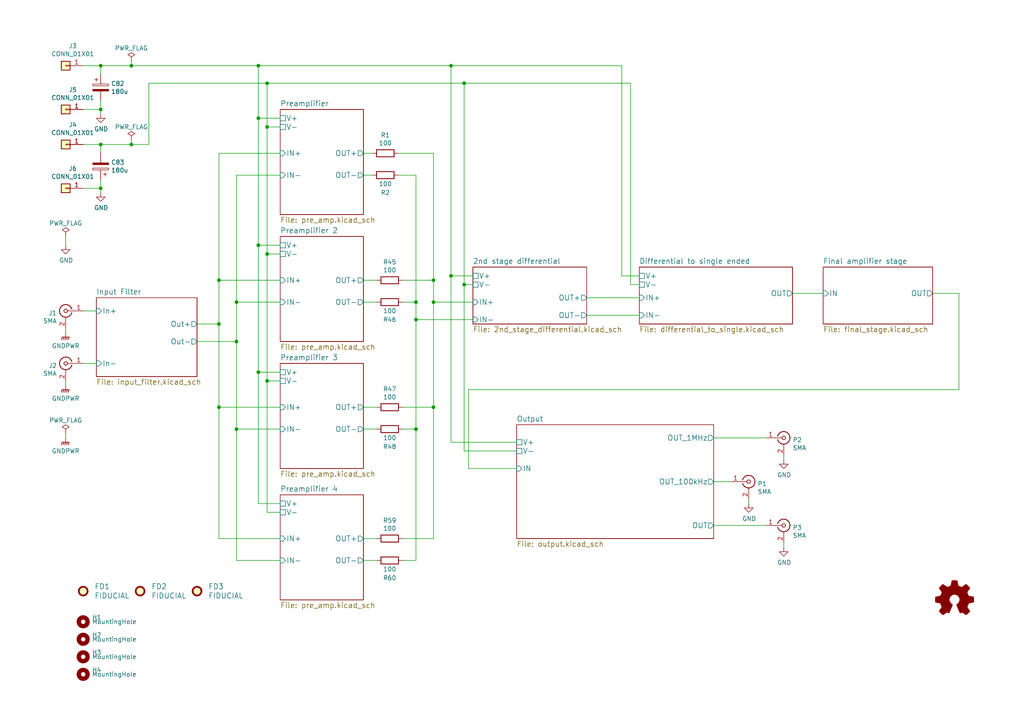
<source format=kicad_sch>
(kicad_sch (version 20230121) (generator eeschema)
  (paper "A4")
  (title_block (title "Low Noise Differential Amplifier") (date "2023-05-02") (rev "v1.1") (comment 1 "Copyright (©) 2023, Patrick Baus <patrick.baus@physik.tu-darmstadt.de>") (comment 2 "Licensed under CERN OHL v.1.2"))
  (lib_symbols
    (symbol "Connector:Conn_Coaxial" (pin_names (offset 1.016) hide)
      (property "Reference" "J" (at 0.254 3.048 0))
      (property "Value" "Conn_Coaxial" (at 2.921 0 90))
      (symbol "Conn_Coaxial_0_1"
        (arc (start -1.778 -0.508) (mid 0.2311 -1.8066) (end 1.778 0) (stroke (width 0.254)))
        (polyline (pts (xy -2.54 0) (xy -0.508 0)))
        (polyline (pts (xy 0 -2.54) (xy 0 -1.778)))
        (circle (center 0 0) (radius 0.508) (stroke (width 0.2032)))
        (arc (start 1.778 0) (mid 0.2099 1.8101) (end -1.778 0.508) (stroke (width 0.254)))
      )
      (symbol "Conn_Coaxial_1_1"
        (pin passive line (at -5.08 0 0) (length 2.54) (name "In") (number "1"))
        (pin passive line (at 0 -5.08 90) (length 2.54) (name "Ext") (number "2"))
      )
    )
    (symbol "Connector_Generic:Conn_01x01" (pin_names (offset 1.016) hide)
      (property "Reference" "J" (at 0 2.54 0))
      (property "Value" "Conn_01x01" (at 0 -2.54 0))
      (symbol "Conn_01x01_1_1"
        (rectangle (start -1.27 0.127) (end 0 -0.127) (stroke (width 0.1524)))
        (rectangle (start -1.27 1.27) (end 1.27 -1.27) (stroke (width 0.254)) (fill (type background)))
        (pin passive line (at -5.08 0 0) (length 3.81) (name "Pin_1") (number "1"))
      )
    )
    (symbol "Device:C_Polarized" (pin_numbers hide) (pin_names (offset 0.254))
      (property "Reference" "C" (at 0.635 2.54 0))
      (property "Value" "C_Polarized" (at 0.635 -2.54 0))
      (symbol "C_Polarized_0_1"
        (rectangle (start -2.286 0.508) (end 2.286 1.016))
        (polyline (pts (xy -1.778 2.286) (xy -0.762 2.286)))
        (polyline (pts (xy -1.27 2.794) (xy -1.27 1.778)))
        (rectangle (start 2.286 -0.508) (end -2.286 -1.016) (fill (type outline)))
      )
      (symbol "C_Polarized_1_1"
        (pin passive line (at 0 3.81 270) (length 2.794) (name "~") (number "1"))
        (pin passive line (at 0 -3.81 90) (length 2.794) (name "~") (number "2"))
      )
    )
    (symbol "Device:R" (pin_numbers hide) (pin_names (offset 0))
      (property "Reference" "R" (at 2.032 0 90))
      (property "Value" "R" (at 0 0 90))
      (symbol "R_0_1"
        (rectangle (start -1.016 -2.54) (end 1.016 2.54) (stroke (width 0.254)))
      )
      (symbol "R_1_1"
        (pin passive line (at 0 3.81 270) (length 1.27) (name "~") (number "1"))
        (pin passive line (at 0 -3.81 90) (length 1.27) (name "~") (number "2"))
      )
    )
    (symbol "Graphic:Logo_Open_Hardware_Small" (in_bom no) (on_board no)
      (symbol "Logo_Open_Hardware_Small_0_1"
        (polyline (pts (xy 3.3528 -4.3434) (xy 3.302 -4.318) (xy 3.175 -4.2418) (xy 2.9972 -4.1148) (xy 2.7686 -3.9624) (xy 2.54 -3.81) (xy 2.3622 -3.7084) (xy 2.2352 -3.6068) (xy 2.1844 -3.5814) (xy 2.159 -3.6068) (xy 2.0574 -3.6576) (xy 1.905 -3.7338) (xy 1.8034 -3.7846) (xy 1.6764 -3.8354) (xy 1.6002 -3.8354) (xy 1.6002 -3.8354) (xy 1.5494 -3.7338) (xy 1.4732 -3.5306) (xy 1.3462 -3.302) (xy 1.2446 -3.0226) (xy 1.1176 -2.7178) (xy 0.9652 -2.413) (xy 0.8636 -2.1082) (xy 0.7366 -1.8288) (xy 0.6604 -1.6256) (xy 0.6096 -1.4732) (xy 0.5842 -1.397) (xy 0.5842 -1.397) (xy 0.6604 -1.3208) (xy 0.7874 -1.2446) (xy 1.0414 -1.016) (xy 1.2954 -0.6858) (xy 1.4478 -0.3302) (xy 1.524 0.0762) (xy 1.4732 0.4572) (xy 1.3208 0.8128) (xy 1.0668 1.143) (xy 0.762 1.3716) (xy 0.4064 1.524) (xy 0 1.5748) (xy -0.381 1.5494) (xy -0.7366 1.397) (xy -1.0668 1.143) (xy -1.2192 0.9906) (xy -1.397 0.6604) (xy -1.524 0.3048) (xy -1.524 0.2286) (xy -1.4986 -0.1778) (xy -1.397 -0.5334) (xy -1.1938 -0.8636) (xy -0.9144 -1.143) (xy -0.8636 -1.1684) (xy -0.7366 -1.27) (xy -0.635 -1.3462) (xy -0.5842 -1.397) (xy -1.0668 -2.5908) (xy -1.143 -2.794) (xy -1.2954 -3.1242) (xy -1.397 -3.4036) (xy -1.4986 -3.6322) (xy -1.5748 -3.7846) (xy -1.6002 -3.8354) (xy -1.6002 -3.8354) (xy -1.651 -3.8354) (xy -1.7272 -3.81) (xy -1.905 -3.7338) (xy -2.0066 -3.683) (xy -2.1336 -3.6068) (xy -2.2098 -3.5814) (xy -2.2606 -3.6068) (xy -2.3622 -3.683) (xy -2.54 -3.81) (xy -2.7686 -3.9624) (xy -2.9718 -4.0894) (xy -3.1496 -4.2164) (xy -3.302 -4.318) (xy -3.3528 -4.3434) (xy -3.3782 -4.3434) (xy -3.429 -4.318) (xy -3.5306 -4.2164) (xy -3.7084 -4.064) (xy -3.937 -3.8354) (xy -3.9624 -3.81) (xy -4.1656 -3.6068) (xy -4.318 -3.4544) (xy -4.4196 -3.3274) (xy -4.445 -3.2766) (xy -4.445 -3.2766) (xy -4.4196 -3.2258) (xy -4.318 -3.0734) (xy -4.2164 -2.8956) (xy -4.064 -2.667) (xy -3.6576 -2.0828) (xy -3.8862 -1.5494) (xy -3.937 -1.3716) (xy -4.0386 -1.1684) (xy -4.0894 -1.0414) (xy -4.1148 -0.9652) (xy -4.191 -0.9398) (xy -4.318 -0.9144) (xy -4.5466 -0.8636) (xy -4.8006 -0.8128) (xy -5.0546 -0.7874) (xy -5.2578 -0.7366) (xy -5.4356 -0.7112) (xy -5.5118 -0.6858) (xy -5.5118 -0.6858) (xy -5.5372 -0.635) (xy -5.5372 -0.5588) (xy -5.5372 -0.4318) (xy -5.5626 -0.2286) (xy -5.5626 0.0762) (xy -5.5626 0.127) (xy -5.5372 0.4064) (xy -5.5372 0.635) (xy -5.5372 0.762) (xy -5.5372 0.8382) (xy -5.5372 0.8382) (xy -5.461 0.8382) (xy -5.3086 0.889) (xy -5.08 0.9144) (xy -4.826 0.9652) (xy -4.8006 0.9906) (xy -4.5466 1.0414) (xy -4.318 1.0668) (xy -4.1656 1.1176) (xy -4.0894 1.143) (xy -4.0894 1.143) (xy -4.0386 1.2446) (xy -3.9624 1.4224) (xy -3.8608 1.6256) (xy -3.7846 1.8288) (xy -3.7084 2.0066) (xy -3.6576 2.159) (xy -3.6322 2.2098) (xy -3.6322 2.2098) (xy -3.683 2.286) (xy -3.7592 2.413) (xy -3.8862 2.5908) (xy -4.064 2.8194) (xy -4.064 2.8448) (xy -4.2164 3.0734) (xy -4.3434 3.2512) (xy -4.4196 3.3782) (xy -4.445 3.4544) (xy -4.445 3.4544) (xy -4.3942 3.5052) (xy -4.2926 3.6322) (xy -4.1148 3.81) (xy -3.937 4.0132) (xy -3.8608 4.064) (xy -3.6576 4.2926) (xy -3.5052 4.4196) (xy -3.4036 4.4958) (xy -3.3528 4.5212) (xy -3.3528 4.5212) (xy -3.302 4.4704) (xy -3.1496 4.3688) (xy -2.9718 4.2418) (xy -2.7432 4.0894) (xy -2.7178 4.0894) (xy -2.4892 3.937) (xy -2.3114 3.81) (xy -2.1844 3.7084) (xy -2.1336 3.683) (xy -2.1082 3.683) (xy -2.032 3.7084) (xy -1.8542 3.7592) (xy -1.6764 3.8354) (xy -1.4732 3.937) (xy -1.27 4.0132) (xy -1.143 4.064) (xy -1.0668 4.1148) (xy -1.0668 4.1148) (xy -1.0414 4.191) (xy -1.016 4.3434) (xy -0.9652 4.572) (xy -0.9144 4.8514) (xy -0.889 4.9022) (xy -0.8382 5.1562) (xy -0.8128 5.3848) (xy -0.7874 5.5372) (xy -0.762 5.588) (xy -0.7112 5.6134) (xy -0.5842 5.6134) (xy -0.4064 5.6134) (xy -0.1524 5.6134) (xy 0.0762 5.6134) (xy 0.3302 5.6134) (xy 0.5334 5.6134) (xy 0.6858 5.588) (xy 0.7366 5.588) (xy 0.7366 5.588) (xy 0.762 5.5118) (xy 0.8128 5.334) (xy 0.8382 5.1054) (xy 0.9144 4.826) (xy 0.9144 4.7752) (xy 0.9652 4.5212) (xy 1.016 4.2926) (xy 1.0414 4.1402) (xy 1.0668 4.0894) (xy 1.0668 4.0894) (xy 1.1938 4.0386) (xy 1.3716 3.9624) (xy 1.5748 3.8608) (xy 2.0828 3.6576) (xy 2.7178 4.0894) (xy 2.7686 4.1402) (xy 2.9972 4.2926) (xy 3.175 4.4196) (xy 3.302 4.4958) (xy 3.3782 4.5212) (xy 3.3782 4.5212) (xy 3.429 4.4704) (xy 3.556 4.3434) (xy 3.7338 4.191) (xy 3.9116 3.9878) (xy 4.064 3.8354) (xy 4.2418 3.6576) (xy 4.3434 3.556) (xy 4.4196 3.4798) (xy 4.4196 3.429) (xy 4.4196 3.4036) (xy 4.3942 3.3274) (xy 4.2926 3.2004) (xy 4.1656 2.9972) (xy 4.0132 2.794) (xy 3.8862 2.5908) (xy 3.7592 2.3876) (xy 3.6576 2.2352) (xy 3.6322 2.159) (xy 3.6322 2.1336) (xy 3.683 2.0066) (xy 3.7592 1.8288) (xy 3.8608 1.6002) (xy 4.064 1.1176) (xy 4.3942 1.0414) (xy 4.5974 1.016) (xy 4.8768 0.9652) (xy 5.1308 0.9144) (xy 5.5372 0.8382) (xy 5.5626 -0.6604) (xy 5.4864 -0.6858) (xy 5.4356 -0.6858) (xy 5.2832 -0.7366) (xy 5.0546 -0.762) (xy 4.8006 -0.8128) (xy 4.5974 -0.8636) (xy 4.3688 -0.9144) (xy 4.2164 -0.9398) (xy 4.1402 -0.9398) (xy 4.1148 -0.9652) (xy 4.064 -1.0668) (xy 3.9878 -1.2446) (xy 3.9116 -1.4478) (xy 3.81 -1.651) (xy 3.7338 -1.8542) (xy 3.683 -2.0066) (xy 3.6576 -2.0828) (xy 3.683 -2.1336) (xy 3.7846 -2.2606) (xy 3.8862 -2.4638) (xy 4.0386 -2.667) (xy 4.191 -2.8956) (xy 4.318 -3.0734) (xy 4.3942 -3.2004) (xy 4.445 -3.2766) (xy 4.4196 -3.3274) (xy 4.3434 -3.429) (xy 4.1656 -3.5814) (xy 3.937 -3.8354) (xy 3.8862 -3.8608) (xy 3.683 -4.064) (xy 3.5306 -4.2164) (xy 3.4036 -4.318) (xy 3.3528 -4.3434)) (fill (type outline)))
      )
    )
    (symbol "Mechanical:Fiducial"
      (property "Reference" "FID" (at 0 5.08 0))
      (property "Value" "Fiducial" (at 0 3.175 0))
      (symbol "Fiducial_0_1"
        (circle (center 0 0) (radius 1.27) (stroke (width 0.508)) (fill (type background)))
      )
    )
    (symbol "Mechanical:MountingHole" (pin_names (offset 1.016))
      (property "Reference" "H" (at 0 5.08 0))
      (property "Value" "MountingHole" (at 0 3.175 0))
      (symbol "MountingHole_0_1"
        (circle (center 0 0) (radius 1.27) (stroke (width 1.27)))
      )
    )
    (symbol "power:GND" (power) (pin_names (offset 0))
      (property "Value" "GND" (at 0 -3.81 0))
      (symbol "GND_0_1"
        (polyline (pts (xy 0 0) (xy 0 -1.27) (xy 1.27 -1.27) (xy 0 -2.54) (xy -1.27 -1.27) (xy 0 -1.27)))
      )
      (symbol "GND_1_1"
        (pin power_in line (at 0 0 270) (length 0) hide (name "GND") (number "1"))
      )
    )
    (symbol "power:GNDPWR" (power) (pin_names (offset 0))
      (property "Value" "GNDPWR" (at 0 -3.302 0))
      (symbol "GNDPWR_0_1"
        (polyline (pts (xy 0 -1.27) (xy 0 0)))
        (polyline (pts (xy -1.016 -1.27) (xy -1.27 -2.032) (xy -1.27 -2.032)) (stroke (width 0.2032)))
        (polyline (pts (xy -0.508 -1.27) (xy -0.762 -2.032) (xy -0.762 -2.032)) (stroke (width 0.2032)))
        (polyline (pts (xy 0 -1.27) (xy -0.254 -2.032) (xy -0.254 -2.032)) (stroke (width 0.2032)))
        (polyline (pts (xy 0.508 -1.27) (xy 0.254 -2.032) (xy 0.254 -2.032)) (stroke (width 0.2032)))
        (polyline (pts (xy 1.016 -1.27) (xy -1.016 -1.27) (xy -1.016 -1.27)) (stroke (width 0.2032)))
        (polyline (pts (xy 1.016 -1.27) (xy 0.762 -2.032) (xy 0.762 -2.032) (xy 0.762 -2.032)) (stroke (width 0.2032)))
      )
      (symbol "GNDPWR_1_1"
        (pin power_in line (at 0 0 270) (length 0) hide (name "GNDPWR") (number "1"))
      )
    )
    (symbol "power:PWR_FLAG" (power) (pin_numbers hide) (pin_names (offset 0) hide)
      (property "Value" "PWR_FLAG" (at 0 3.81 0))
      (symbol "PWR_FLAG_0_0"
        (pin power_out line (at 0 0 90) (length 0) (name "pwr") (number "1"))
      )
      (symbol "PWR_FLAG_0_1"
        (polyline (pts (xy 0 0) (xy 0 1.27) (xy -1.016 1.905) (xy 0 2.54) (xy 1.016 1.905) (xy 0 1.27)))
      )
    )
  )
  (junction (at 63.5 93.98))
  (junction (at 38.1 41.91))
  (junction (at 120.65 92.71))
  (junction (at 120.65 124.46))
  (junction (at 77.47 24.13))
  (junction (at 120.65 87.63))
  (junction (at 63.5 81.28))
  (junction (at 134.62 82.55))
  (junction (at 74.93 107.95))
  (junction (at 130.81 80.01))
  (junction (at 29.21 41.91))
  (junction (at 130.81 19.05))
  (junction (at 77.47 36.83))
  (junction (at 77.47 110.49))
  (junction (at 125.73 81.28))
  (junction (at 134.62 24.13))
  (junction (at 74.93 71.12))
  (junction (at 74.93 19.05))
  (junction (at 77.47 73.66))
  (junction (at 74.93 34.29))
  (junction (at 29.21 31.75))
  (junction (at 125.73 118.11))
  (junction (at 68.58 124.46))
  (junction (at 29.21 19.05))
  (junction (at 68.58 99.06))
  (junction (at 29.21 54.61))
  (junction (at 63.5 118.11))
  (junction (at 38.1 19.05))
  (junction (at 125.73 87.63))
  (junction (at 68.58 87.63))
  (wire (pts (xy 222.25 127) (xy 207.01 127)))
  (wire (pts (xy 134.62 24.13) (xy 182.88 24.13)))
  (wire (pts (xy 63.5 44.45) (xy 81.28 44.45)))
  (wire (pts (xy 68.58 50.8) (xy 68.58 87.63)))
  (wire (pts (xy 222.25 152.4) (xy 207.01 152.4)))
  (wire (pts (xy 29.21 19.05) (xy 38.1 19.05)))
  (wire (pts (xy 19.05 125.73) (xy 19.05 127)))
  (wire (pts (xy 29.21 31.75) (xy 29.21 29.21)))
  (wire (pts (xy 116.84 81.28) (xy 125.73 81.28)))
  (wire (pts (xy 77.47 73.66) (xy 77.47 110.49)))
  (wire (pts (xy 74.93 71.12) (xy 74.93 107.95)))
  (wire (pts (xy 68.58 162.56) (xy 81.28 162.56)))
  (wire (pts (xy 130.81 80.01) (xy 137.16 80.01)))
  (wire (pts (xy 125.73 87.63) (xy 125.73 118.11)))
  (wire (pts (xy 74.93 19.05) (xy 130.81 19.05)))
  (wire (pts (xy 270.51 85.09) (xy 278.13 85.09)))
  (wire (pts (xy 120.65 124.46) (xy 120.65 162.56)))
  (wire (pts (xy 24.13 31.75) (xy 29.21 31.75)))
  (wire (pts (xy 29.21 33.02) (xy 29.21 31.75)))
  (wire (pts (xy 38.1 19.05) (xy 74.93 19.05)))
  (wire (pts (xy 130.81 19.05) (xy 180.34 19.05)))
  (wire (pts (xy 105.41 87.63) (xy 109.22 87.63)))
  (wire (pts (xy 77.47 73.66) (xy 81.28 73.66)))
  (wire (pts (xy 63.5 156.21) (xy 81.28 156.21)))
  (wire (pts (xy 43.18 24.13) (xy 77.47 24.13)))
  (wire (pts (xy 120.65 124.46) (xy 116.84 124.46)))
  (wire (pts (xy 68.58 87.63) (xy 68.58 99.06)))
  (wire (pts (xy 27.94 90.17) (xy 24.13 90.17)))
  (wire (pts (xy 77.47 24.13) (xy 134.62 24.13)))
  (wire (pts (xy 29.21 41.91) (xy 38.1 41.91)))
  (wire (pts (xy 134.62 24.13) (xy 134.62 82.55)))
  (wire (pts (xy 185.42 86.36) (xy 170.18 86.36)))
  (wire (pts (xy 115.57 44.45) (xy 125.73 44.45)))
  (wire (pts (xy 68.58 99.06) (xy 68.58 124.46)))
  (wire (pts (xy 74.93 19.05) (xy 74.93 34.29)))
  (wire (pts (xy 227.33 157.48) (xy 227.33 158.75)))
  (wire (pts (xy 185.42 91.44) (xy 170.18 91.44)))
  (wire (pts (xy 120.65 162.56) (xy 116.84 162.56)))
  (wire (pts (xy 125.73 81.28) (xy 125.73 87.63)))
  (wire (pts (xy 130.81 19.05) (xy 130.81 80.01)))
  (wire (pts (xy 68.58 124.46) (xy 68.58 162.56)))
  (wire (pts (xy 38.1 17.78) (xy 38.1 19.05)))
  (wire (pts (xy 217.17 144.78) (xy 217.17 146.05)))
  (wire (pts (xy 125.73 118.11) (xy 116.84 118.11)))
  (wire (pts (xy 63.5 93.98) (xy 57.15 93.98)))
  (wire (pts (xy 238.76 85.09) (xy 229.87 85.09)))
  (wire (pts (xy 180.34 19.05) (xy 180.34 80.01)))
  (wire (pts (xy 19.05 95.25) (xy 19.05 96.52)))
  (wire (pts (xy 125.73 156.21) (xy 116.84 156.21)))
  (wire (pts (xy 182.88 82.55) (xy 185.42 82.55)))
  (wire (pts (xy 278.13 85.09) (xy 278.13 113.03)))
  (wire (pts (xy 227.33 132.08) (xy 227.33 133.35)))
  (wire (pts (xy 68.58 124.46) (xy 81.28 124.46)))
  (wire (pts (xy 77.47 110.49) (xy 77.47 148.59)))
  (wire (pts (xy 24.13 54.61) (xy 29.21 54.61)))
  (wire (pts (xy 29.21 21.59) (xy 29.21 19.05)))
  (wire (pts (xy 63.5 44.45) (xy 63.5 81.28)))
  (wire (pts (xy 115.57 50.8) (xy 120.65 50.8)))
  (wire (pts (xy 77.47 36.83) (xy 81.28 36.83)))
  (wire (pts (xy 74.93 146.05) (xy 81.28 146.05)))
  (wire (pts (xy 116.84 87.63) (xy 120.65 87.63)))
  (wire (pts (xy 125.73 44.45) (xy 125.73 81.28)))
  (wire (pts (xy 24.13 19.05) (xy 29.21 19.05)))
  (wire (pts (xy 77.47 24.13) (xy 77.47 36.83)))
  (wire (pts (xy 180.34 80.01) (xy 185.42 80.01)))
  (wire (pts (xy 182.88 24.13) (xy 182.88 82.55)))
  (wire (pts (xy 27.94 105.41) (xy 24.13 105.41)))
  (wire (pts (xy 19.05 68.58) (xy 19.05 71.12)))
  (wire (pts (xy 29.21 54.61) (xy 29.21 52.07)))
  (wire (pts (xy 77.47 148.59) (xy 81.28 148.59)))
  (wire (pts (xy 63.5 93.98) (xy 63.5 118.11)))
  (wire (pts (xy 68.58 99.06) (xy 57.15 99.06)))
  (wire (pts (xy 125.73 87.63) (xy 137.16 87.63)))
  (wire (pts (xy 120.65 92.71) (xy 120.65 124.46)))
  (wire (pts (xy 74.93 107.95) (xy 74.93 146.05)))
  (wire (pts (xy 137.16 82.55) (xy 134.62 82.55)))
  (wire (pts (xy 105.41 156.21) (xy 109.22 156.21)))
  (wire (pts (xy 81.28 87.63) (xy 68.58 87.63)))
  (wire (pts (xy 74.93 107.95) (xy 81.28 107.95)))
  (wire (pts (xy 19.05 110.49) (xy 19.05 111.76)))
  (wire (pts (xy 74.93 34.29) (xy 81.28 34.29)))
  (wire (pts (xy 105.41 81.28) (xy 109.22 81.28)))
  (wire (pts (xy 29.21 55.88) (xy 29.21 54.61)))
  (wire (pts (xy 105.41 44.45) (xy 107.95 44.45)))
  (wire (pts (xy 77.47 110.49) (xy 81.28 110.49)))
  (wire (pts (xy 77.47 36.83) (xy 77.47 73.66)))
  (wire (pts (xy 120.65 92.71) (xy 137.16 92.71)))
  (wire (pts (xy 105.41 50.8) (xy 107.95 50.8)))
  (wire (pts (xy 105.41 124.46) (xy 109.22 124.46)))
  (wire (pts (xy 38.1 41.91) (xy 43.18 41.91)))
  (wire (pts (xy 134.62 82.55) (xy 134.62 130.81)))
  (wire (pts (xy 135.89 113.03) (xy 135.89 135.89)))
  (wire (pts (xy 43.18 41.91) (xy 43.18 24.13)))
  (wire (pts (xy 278.13 113.03) (xy 135.89 113.03)))
  (wire (pts (xy 212.09 139.7) (xy 207.01 139.7)))
  (wire (pts (xy 74.93 71.12) (xy 81.28 71.12)))
  (wire (pts (xy 125.73 118.11) (xy 125.73 156.21)))
  (wire (pts (xy 24.13 41.91) (xy 29.21 41.91)))
  (wire (pts (xy 74.93 34.29) (xy 74.93 71.12)))
  (wire (pts (xy 130.81 128.27) (xy 149.86 128.27)))
  (wire (pts (xy 63.5 118.11) (xy 63.5 156.21)))
  (wire (pts (xy 81.28 81.28) (xy 63.5 81.28)))
  (wire (pts (xy 63.5 118.11) (xy 81.28 118.11)))
  (wire (pts (xy 105.41 162.56) (xy 109.22 162.56)))
  (wire (pts (xy 134.62 130.81) (xy 149.86 130.81)))
  (wire (pts (xy 105.41 118.11) (xy 109.22 118.11)))
  (wire (pts (xy 68.58 50.8) (xy 81.28 50.8)))
  (wire (pts (xy 120.65 87.63) (xy 120.65 92.71)))
  (wire (pts (xy 130.81 80.01) (xy 130.81 128.27)))
  (wire (pts (xy 29.21 44.45) (xy 29.21 41.91)))
  (wire (pts (xy 120.65 50.8) (xy 120.65 87.63)))
  (wire (pts (xy 135.89 135.89) (xy 149.86 135.89)))
  (wire (pts (xy 63.5 81.28) (xy 63.5 93.98)))
  (wire (pts (xy 38.1 40.64) (xy 38.1 41.91)))
  (symbol (lib_id "Device:R") (at 111.76 44.45 270) (unit 1)
    (property "Reference" "R1" (at 111.76 39.1922 90))
    (property "Value" "100" (at 111.76 41.5036 90))
    (property "Footprint" "Resistor_THT:R_Axial_DIN0207_L6.3mm_D2.5mm_P10.16mm_Horizontal" (effects hide))
    (property "MFN" "Vishay" (effects hide))
    (property "Alternative" "TE Connectivity H8100RBYA" (effects hide))
    (property "PN" "RN55E1000BRE6" (effects hide))
  )
  (symbol (lib_id "Device:R") (at 111.76 50.8 270) (unit 1)
    (property "Reference" "R2" (at 111.76 55.88 90))
    (property "Value" "100" (at 111.76 53.34 90))
    (property "Footprint" "Resistor_THT:R_Axial_DIN0207_L6.3mm_D2.5mm_P10.16mm_Horizontal" (effects hide))
    (property "MFN" "Vishay" (effects hide))
    (property "Field6" "TE Connectivity H8100RBYA" (effects hide))
    (property "PN" "RN55E1000BRE6" (effects hide))
  )
  (symbol (lib_id "Connector:Conn_Coaxial") (at 227.33 127 0) (unit 1)
    (property "Reference" "P2" (at 229.8954 127.6096 0) (effects (justify left)))
    (property "Value" "SMA" (at 229.8954 129.921 0) (effects (justify left)))
    (property "Footprint" "Connector_Coaxial:SMA_Amphenol_901-144_Vertical" (effects hide))
  )
  (symbol (lib_id "power:GND") (at 227.33 133.35 0) (unit 1)
    (property "Reference" "#PWR01" (effects hide))
    (property "Value" "GND" (at 227.457 137.7442 0))
  )
  (symbol (lib_id "Connector:Conn_Coaxial") (at 217.17 139.7 0) (unit 1)
    (property "Reference" "P1" (at 219.7354 140.3096 0) (effects (justify left)))
    (property "Value" "SMA" (at 219.7354 142.621 0) (effects (justify left)))
    (property "Footprint" "Connector_Coaxial:SMA_Amphenol_901-144_Vertical" (effects hide))
  )
  (symbol (lib_id "power:GND") (at 217.17 146.05 0) (unit 1)
    (property "Reference" "#PWR02" (effects hide))
    (property "Value" "GND" (at 217.297 150.4442 0))
  )
  (symbol (lib_id "Connector:Conn_Coaxial") (at 227.33 152.4 0) (unit 1)
    (property "Reference" "P3" (at 229.8954 153.0096 0) (effects (justify left)))
    (property "Value" "SMA" (at 229.8954 155.321 0) (effects (justify left)))
    (property "Footprint" "Connector_Coaxial:SMA_Amphenol_901-144_Vertical" (effects hide))
  )
  (symbol (lib_id "power:GND") (at 227.33 158.75 0) (unit 1)
    (property "Reference" "#PWR03" (effects hide))
    (property "Value" "GND" (at 227.457 163.1442 0))
  )
  (symbol (lib_id "Connector:Conn_Coaxial") (at 19.05 90.17 0) (mirror y) (unit 1)
    (property "Reference" "J1" (at 16.4846 90.7796 0) (effects (justify left)))
    (property "Value" "SMA" (at 16.4846 93.091 0) (effects (justify left)))
    (property "Footprint" "Connector_Coaxial:SMA_Amphenol_901-144_Vertical" (effects hide))
    (property "MFN" "Pomona" (effects hide))
    (property "PN" "72963" (effects hide))
  )
  (symbol (lib_id "Connector:Conn_Coaxial") (at 19.05 105.41 0) (mirror y) (unit 1)
    (property "Reference" "J2" (at 16.4846 106.0196 0) (effects (justify left)))
    (property "Value" "SMA" (at 16.4846 108.331 0) (effects (justify left)))
    (property "Footprint" "Connector_Coaxial:SMA_Amphenol_901-144_Vertical" (effects hide))
    (property "MFN" "Pomona" (effects hide))
    (property "PN" "72963" (effects hide))
  )
  (symbol (lib_id "Device:R") (at 113.03 81.28 270) (unit 1)
    (property "Reference" "R45" (at 113.03 76.0222 90))
    (property "Value" "100" (at 113.03 78.3336 90))
    (property "Footprint" "Resistor_THT:R_Axial_DIN0207_L6.3mm_D2.5mm_P10.16mm_Horizontal" (effects hide))
    (property "MFN" "Vishay" (effects hide))
    (property "Alternative" "TE Connectivity H8100RBYA" (effects hide))
    (property "PN" "RN55E1000BRE6" (effects hide))
  )
  (symbol (lib_id "Device:R") (at 113.03 87.63 270) (unit 1)
    (property "Reference" "R46" (at 113.03 92.71 90))
    (property "Value" "100" (at 113.03 90.17 90))
    (property "Footprint" "Resistor_THT:R_Axial_DIN0207_L6.3mm_D2.5mm_P10.16mm_Horizontal" (effects hide))
    (property "MFN" "Vishay" (effects hide))
    (property "Alternative" "TE Connectivity H8100RBYA" (effects hide))
    (property "PN" "RN55E1000BRE6" (effects hide))
  )
  (symbol (lib_id "Device:R") (at 113.03 118.11 270) (unit 1)
    (property "Reference" "R47" (at 113.03 112.8522 90))
    (property "Value" "100" (at 113.03 115.1636 90))
    (property "Footprint" "Resistor_THT:R_Axial_DIN0207_L6.3mm_D2.5mm_P10.16mm_Horizontal" (effects hide))
    (property "MFN" "Vishay" (effects hide))
    (property "Alternative" "TE Connectivity H8100RBYA" (effects hide))
    (property "PN" "RN55E1000BRE6" (effects hide))
  )
  (symbol (lib_id "Device:R") (at 113.03 124.46 270) (unit 1)
    (property "Reference" "R48" (at 113.03 129.54 90))
    (property "Value" "100" (at 113.03 127 90))
    (property "Footprint" "Resistor_THT:R_Axial_DIN0207_L6.3mm_D2.5mm_P10.16mm_Horizontal" (effects hide))
    (property "MFN" "Vishay" (effects hide))
    (property "Alternative" "TE Connectivity H8100RBYA" (effects hide))
    (property "PN" "RN55E1000BRE6" (effects hide))
  )
  (symbol (lib_id "Device:R") (at 113.03 156.21 270) (unit 1)
    (property "Reference" "R59" (at 113.03 150.9522 90))
    (property "Value" "100" (at 113.03 153.2636 90))
    (property "Footprint" "Resistor_THT:R_Axial_DIN0207_L6.3mm_D2.5mm_P10.16mm_Horizontal" (effects hide))
    (property "MFN" "Vishay" (effects hide))
    (property "Alternative" "TE Connectivity H8100RBYA" (effects hide))
    (property "PN" "RN55E1000BRE6" (effects hide))
  )
  (symbol (lib_id "Device:R") (at 113.03 162.56 270) (unit 1)
    (property "Reference" "R60" (at 113.03 167.64 90))
    (property "Value" "100" (at 113.03 165.1 90))
    (property "Footprint" "Resistor_THT:R_Axial_DIN0207_L6.3mm_D2.5mm_P10.16mm_Horizontal" (effects hide))
    (property "MFN" "Vishay" (effects hide))
    (property "Alternative" "TE Connectivity H8100RBYA" (effects hide))
    (property "PN" "RN55E1000BRE6" (effects hide))
  )
  (symbol (lib_id "Connector_Generic:Conn_01x01") (at 19.05 19.05 180) (unit 1)
    (property "Reference" "J3" (at 21.1074 13.335 0))
    (property "Value" "CONN_01X01" (at 21.1074 15.6464 0))
    (property "Footprint" "TestPoint:TestPoint_Loop_D3.80mm_Drill2.5mm" (effects hide))
  )
  (symbol (lib_id "Connector_Generic:Conn_01x01") (at 19.05 41.91 180) (unit 1)
    (property "Reference" "J4" (at 21.1074 36.195 0))
    (property "Value" "CONN_01X01" (at 21.1074 38.5064 0))
    (property "Footprint" "TestPoint:TestPoint_Loop_D3.80mm_Drill2.5mm" (effects hide))
  )
  (symbol (lib_id "Device:C_Polarized") (at 29.21 25.4 0) (unit 1)
    (property "Reference" "C82" (at 32.2072 24.2316 0) (effects (justify left)))
    (property "Value" "180u" (at 32.2072 26.543 0) (effects (justify left)))
    (property "Footprint" "Capacitor_THT:CP_Radial_D8.0mm_P3.50mm" (effects hide))
    (property "MFN" "Panasonic" (effects hide))
    (property "PN" "25SEPF180M" (effects hide))
  )
  (symbol (lib_id "power:GND") (at 29.21 33.02 0) (unit 1)
    (property "Reference" "#PWR04" (effects hide))
    (property "Value" "GND" (at 29.337 37.4142 0))
  )
  (symbol (lib_id "Device:C_Polarized") (at 29.21 48.26 180) (unit 1)
    (property "Reference" "C83" (at 32.2072 47.0916 0) (effects (justify right)))
    (property "Value" "180u" (at 32.2072 49.403 0) (effects (justify right)))
    (property "Footprint" "Capacitor_THT:CP_Radial_D8.0mm_P3.50mm" (effects hide))
    (property "MFN" "Panasonic" (effects hide))
    (property "PN" "25SEPF180M" (effects hide))
  )
  (symbol (lib_id "power:GND") (at 29.21 55.88 0) (unit 1)
    (property "Reference" "#PWR05" (effects hide))
    (property "Value" "GND" (at 29.337 60.2742 0))
  )
  (symbol (lib_id "Connector_Generic:Conn_01x01") (at 19.05 31.75 180) (unit 1)
    (property "Reference" "J5" (at 21.1074 26.035 0))
    (property "Value" "CONN_01X01" (at 21.1074 28.3464 0))
    (property "Footprint" "TestPoint:TestPoint_Loop_D3.80mm_Drill2.5mm" (effects hide))
  )
  (symbol (lib_id "power:GND") (at 19.05 71.12 0) (unit 1)
    (property "Reference" "#PWR06" (effects hide))
    (property "Value" "GND" (at 19.177 75.5142 0))
  )
  (symbol (lib_id "Connector_Generic:Conn_01x01") (at 19.05 54.61 180) (unit 1)
    (property "Reference" "J6" (at 21.1074 48.895 0))
    (property "Value" "CONN_01X01" (at 21.1074 51.2064 0))
    (property "Footprint" "TestPoint:TestPoint_Loop_D3.80mm_Drill2.5mm" (effects hide))
  )
  (symbol (lib_id "Mechanical:Fiducial") (at 24.13 171.45 0) (unit 1)
    (property "Reference" "FD1" (at 27.3812 170.1038 0) (effects (font (size 1.524 1.524)) (justify left)))
    (property "Value" "FIDUCIAL" (at 27.3812 172.7962 0) (effects (font (size 1.524 1.524)) (justify left)))
    (property "Footprint" "Fiducial:Fiducial_1mm_Mask2mm" (effects hide))
  )
  (symbol (lib_id "Mechanical:Fiducial") (at 40.64 171.45 0) (unit 1)
    (property "Reference" "FD2" (at 43.8912 170.1038 0) (effects (font (size 1.524 1.524)) (justify left)))
    (property "Value" "FIDUCIAL" (at 43.8912 172.7962 0) (effects (font (size 1.524 1.524)) (justify left)))
    (property "Footprint" "Fiducial:Fiducial_1mm_Mask2mm" (effects hide))
  )
  (symbol (lib_id "Mechanical:Fiducial") (at 57.15 171.45 0) (unit 1)
    (property "Reference" "FD3" (at 60.4012 170.1038 0) (effects (font (size 1.524 1.524)) (justify left)))
    (property "Value" "FIDUCIAL" (at 60.4012 172.7962 0) (effects (font (size 1.524 1.524)) (justify left)))
    (property "Footprint" "Fiducial:Fiducial_1mm_Mask2mm" (effects hide))
  )
  (symbol (lib_id "power:GNDPWR") (at 19.05 111.76 0) (unit 1)
    (property "Reference" "#PWR07" (effects hide))
    (property "Value" "GNDPWR" (at 19.05 115.57 0))
  )
  (symbol (lib_id "power:GNDPWR") (at 19.05 96.52 0) (unit 1)
    (property "Reference" "#PWR08" (effects hide))
    (property "Value" "GNDPWR" (at 19.05 100.33 0))
  )
  (symbol (lib_id "Mechanical:MountingHole") (at 24.13 185.42 0) (unit 1)
    (property "Reference" "H2" (at 26.67 184.15 0) (effects (justify left)))
    (property "Value" "MountingHole" (at 26.67 185.42 0) (effects (justify left)))
    (property "Footprint" "MountingHole:MountingHole_3.2mm_M3_DIN965" (effects hide))
  )
  (symbol (lib_id "Mechanical:MountingHole") (at 24.13 190.5 0) (unit 1)
    (property "Reference" "H3" (at 26.67 189.23 0) (effects (justify left)))
    (property "Value" "MountingHole" (at 26.67 190.5 0) (effects (justify left)))
    (property "Footprint" "MountingHole:MountingHole_3.2mm_M3_DIN965" (effects hide))
  )
  (symbol (lib_id "Mechanical:MountingHole") (at 24.13 195.58 0) (unit 1)
    (property "Reference" "H4" (at 26.67 194.31 0) (effects (justify left)))
    (property "Value" "MountingHole" (at 26.67 195.58 0) (effects (justify left)))
    (property "Footprint" "MountingHole:MountingHole_3.2mm_M3_DIN965" (effects hide))
  )
  (symbol (lib_id "Mechanical:MountingHole") (at 24.13 180.34 0) (unit 1)
    (property "Reference" "H1" (at 26.67 179.07 0) (effects (justify left)))
    (property "Value" "MountingHole" (at 26.67 180.34 0) (effects (justify left)))
    (property "Footprint" "MountingHole:MountingHole_3.2mm_M3_DIN965" (effects hide))
  )
  (symbol (lib_id "Graphic:Logo_Open_Hardware_Small") (at 276.86 173.99 0) (unit 1)
    (property "Reference" "#LOGO1" (effects hide))
    (property "Value" "Logo_Open_Hardware_Small" (effects hide))
    (property "Footprint" "Symbol:OSHW-Logo_7.5x8mm_SilkScreen" (effects hide))
  )
  (symbol (lib_id "power:PWR_FLAG") (at 38.1 17.78 0) (unit 1)
    (property "Reference" "#FLG0101" (effects hide))
    (property "Value" "PWR_FLAG" (at 38.1 13.97 0))
  )
  (symbol (lib_id "power:PWR_FLAG") (at 38.1 40.64 0) (unit 1)
    (property "Reference" "#FLG0102" (effects hide))
    (property "Value" "PWR_FLAG" (at 38.1 36.83 0))
  )
  (symbol (lib_id "power:PWR_FLAG") (at 19.05 68.58 0) (unit 1)
    (property "Reference" "#FLG0103" (effects hide))
    (property "Value" "PWR_FLAG" (at 19.05 64.77 0))
  )
  (symbol (lib_id "power:GNDPWR") (at 19.05 127 0) (unit 1)
    (property "Reference" "#PWR0116" (effects hide))
    (property "Value" "GNDPWR" (at 19.05 130.81 0))
  )
  (symbol (lib_id "power:PWR_FLAG") (at 19.05 125.73 0) (unit 1)
    (property "Reference" "#FLG0104" (effects hide))
    (property "Value" "PWR_FLAG" (at 19.05 121.92 0))
  )
  (sheet (at 81.28 31.75) (size 24.13 30.48)
    (property "Sheetname" "Preamplifier" (at 81.28 30.9114 0) (effects (font (size 1.524 1.524)) (justify left bottom)))
    (property "Sheetfile" "pre_amp.kicad_sch" (at 81.28 62.9162 0) (effects (font (size 1.524 1.524)) (justify left top)))
    (pin "V+" passive (at 81.28 34.29 180) (effects (font (size 1.524 1.524))))
    (pin "V-" passive (at 81.28 36.83 180) (effects (font (size 1.524 1.524))))
    (pin "IN+" input (at 81.28 44.45 180) (effects (font (size 1.524 1.524))))
    (pin "IN-" input (at 81.28 50.8 180) (effects (font (size 1.524 1.524))))
    (pin "OUT+" output (at 105.41 44.45 0) (effects (font (size 1.524 1.524))))
    (pin "OUT-" output (at 105.41 50.8 0) (effects (font (size 1.524 1.524))))
  )
  (sheet (at 27.94 86.36) (size 29.21 22.86)
    (property "Sheetname" "Input Filter" (at 27.94 85.5214 0) (effects (font (size 1.524 1.524)) (justify left bottom)))
    (property "Sheetfile" "input_filter.kicad_sch" (at 27.94 109.9062 0) (effects (font (size 1.524 1.524)) (justify left top)))
    (pin "In+" input (at 27.94 90.17 180) (effects (font (size 1.524 1.524))))
    (pin "In-" input (at 27.94 105.41 180) (effects (font (size 1.524 1.524))))
    (pin "Out+" output (at 57.15 93.98 0) (effects (font (size 1.524 1.524))))
    (pin "Out-" output (at 57.15 99.06 0) (effects (font (size 1.524 1.524))))
  )
  (sheet (at 137.16 77.47) (size 33.02 16.51)
    (property "Sheetname" "2nd stage differential" (at 137.16 76.6314 0) (effects (font (size 1.524 1.524)) (justify left bottom)))
    (property "Sheetfile" "2nd_stage_differential.kicad_sch" (at 137.16 94.6662 0) (effects (font (size 1.524 1.524)) (justify left top)))
    (pin "IN+" input (at 137.16 87.63 180) (effects (font (size 1.524 1.524))))
    (pin "IN-" input (at 137.16 92.71 180) (effects (font (size 1.524 1.524))))
    (pin "OUT+" output (at 170.18 86.36 0) (effects (font (size 1.524 1.524))))
    (pin "OUT-" output (at 170.18 91.44 0) (effects (font (size 1.524 1.524))))
    (pin "V+" passive (at 137.16 80.01 180) (effects (font (size 1.524 1.524))))
    (pin "V-" passive (at 137.16 82.55 180) (effects (font (size 1.524 1.524))))
  )
  (sheet (at 185.42 77.47) (size 44.45 16.51)
    (property "Sheetname" "Differential to single ended" (at 185.42 76.6314 0) (effects (font (size 1.524 1.524)) (justify left bottom)))
    (property "Sheetfile" "differential_to_single.kicad_sch" (at 185.42 94.6662 0) (effects (font (size 1.524 1.524)) (justify left top)))
    (pin "IN+" input (at 185.42 86.36 180) (effects (font (size 1.524 1.524))))
    (pin "IN-" input (at 185.42 91.44 180) (effects (font (size 1.524 1.524))))
    (pin "OUT" output (at 229.87 85.09 0) (effects (font (size 1.524 1.524))))
    (pin "V+" passive (at 185.42 80.01 180) (effects (font (size 1.524 1.524))))
    (pin "V-" passive (at 185.42 82.55 180) (effects (font (size 1.524 1.524))))
  )
  (sheet (at 238.76 77.47) (size 31.75 16.51)
    (property "Sheetname" "Final amplifier stage" (at 238.76 76.6314 0) (effects (font (size 1.524 1.524)) (justify left bottom)))
    (property "Sheetfile" "final_stage.kicad_sch" (at 238.76 94.6662 0) (effects (font (size 1.524 1.524)) (justify left top)))
    (pin "IN" input (at 238.76 85.09 180) (effects (font (size 1.524 1.524))))
    (pin "OUT" output (at 270.51 85.09 0) (effects (font (size 1.524 1.524))))
  )
  (sheet (at 149.86 123.19) (size 57.15 33.02)
    (property "Sheetname" "Output" (at 149.86 122.3514 0) (effects (font (size 1.524 1.524)) (justify left bottom)))
    (property "Sheetfile" "output.kicad_sch" (at 149.86 156.8962 0) (effects (font (size 1.524 1.524)) (justify left top)))
    (pin "OUT_1MHz" output (at 207.01 127 0) (effects (font (size 1.524 1.524))))
    (pin "OUT_100kHz" output (at 207.01 139.7 0) (effects (font (size 1.524 1.524))))
    (pin "OUT" output (at 207.01 152.4 0) (effects (font (size 1.524 1.524))))
    (pin "IN" input (at 149.86 135.89 180) (effects (font (size 1.524 1.524))))
    (pin "V+" passive (at 149.86 128.27 180) (effects (font (size 1.524 1.524))))
    (pin "V-" passive (at 149.86 130.81 180) (effects (font (size 1.524 1.524))))
  )
  (sheet (at 81.28 68.58) (size 24.13 30.48)
    (property "Sheetname" "Preamplifier 2" (at 81.28 67.7414 0) (effects (font (size 1.524 1.524)) (justify left bottom)))
    (property "Sheetfile" "pre_amp.kicad_sch" (at 81.28 99.7462 0) (effects (font (size 1.524 1.524)) (justify left top)))
    (pin "V+" passive (at 81.28 71.12 180) (effects (font (size 1.524 1.524))))
    (pin "V-" passive (at 81.28 73.66 180) (effects (font (size 1.524 1.524))))
    (pin "IN+" input (at 81.28 81.28 180) (effects (font (size 1.524 1.524))))
    (pin "IN-" input (at 81.28 87.63 180) (effects (font (size 1.524 1.524))))
    (pin "OUT+" output (at 105.41 81.28 0) (effects (font (size 1.524 1.524))))
    (pin "OUT-" output (at 105.41 87.63 0) (effects (font (size 1.524 1.524))))
  )
  (sheet (at 81.28 105.41) (size 24.13 30.48)
    (property "Sheetname" "Preamplifier 3" (at 81.28 104.5714 0) (effects (font (size 1.524 1.524)) (justify left bottom)))
    (property "Sheetfile" "pre_amp.kicad_sch" (at 81.28 136.5762 0) (effects (font (size 1.524 1.524)) (justify left top)))
    (pin "V+" passive (at 81.28 107.95 180) (effects (font (size 1.524 1.524))))
    (pin "V-" passive (at 81.28 110.49 180) (effects (font (size 1.524 1.524))))
    (pin "IN+" input (at 81.28 118.11 180) (effects (font (size 1.524 1.524))))
    (pin "IN-" input (at 81.28 124.46 180) (effects (font (size 1.524 1.524))))
    (pin "OUT+" output (at 105.41 118.11 0) (effects (font (size 1.524 1.524))))
    (pin "OUT-" output (at 105.41 124.46 0) (effects (font (size 1.524 1.524))))
  )
  (sheet (at 81.28 143.51) (size 24.13 30.48)
    (property "Sheetname" "Preamplifier 4" (at 81.28 142.6714 0) (effects (font (size 1.524 1.524)) (justify left bottom)))
    (property "Sheetfile" "pre_amp.kicad_sch" (at 81.28 174.6762 0) (effects (font (size 1.524 1.524)) (justify left top)))
    (pin "V+" passive (at 81.28 146.05 180) (effects (font (size 1.524 1.524))))
    (pin "V-" passive (at 81.28 148.59 180) (effects (font (size 1.524 1.524))))
    (pin "IN+" input (at 81.28 156.21 180) (effects (font (size 1.524 1.524))))
    (pin "IN-" input (at 81.28 162.56 180) (effects (font (size 1.524 1.524))))
    (pin "OUT+" output (at 105.41 156.21 0) (effects (font (size 1.524 1.524))))
    (pin "OUT-" output (at 105.41 162.56 0) (effects (font (size 1.524 1.524))))
  )
)
</source>
